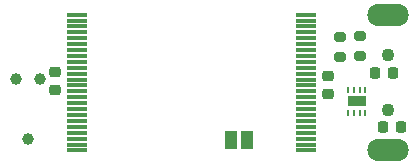
<source format=gbr>
%TF.GenerationSoftware,KiCad,Pcbnew,7.0.7*%
%TF.CreationDate,2024-01-11T13:54:05+01:00*%
%TF.ProjectId,ovrdrive,6f767264-7269-4766-952e-6b696361645f,rev?*%
%TF.SameCoordinates,Original*%
%TF.FileFunction,Soldermask,Bot*%
%TF.FilePolarity,Negative*%
%FSLAX46Y46*%
G04 Gerber Fmt 4.6, Leading zero omitted, Abs format (unit mm)*
G04 Created by KiCad (PCBNEW 7.0.7) date 2024-01-11 13:54:05*
%MOMM*%
%LPD*%
G01*
G04 APERTURE LIST*
G04 Aperture macros list*
%AMRoundRect*
0 Rectangle with rounded corners*
0 $1 Rounding radius*
0 $2 $3 $4 $5 $6 $7 $8 $9 X,Y pos of 4 corners*
0 Add a 4 corners polygon primitive as box body*
4,1,4,$2,$3,$4,$5,$6,$7,$8,$9,$2,$3,0*
0 Add four circle primitives for the rounded corners*
1,1,$1+$1,$2,$3*
1,1,$1+$1,$4,$5*
1,1,$1+$1,$6,$7*
1,1,$1+$1,$8,$9*
0 Add four rect primitives between the rounded corners*
20,1,$1+$1,$2,$3,$4,$5,0*
20,1,$1+$1,$4,$5,$6,$7,0*
20,1,$1+$1,$6,$7,$8,$9,0*
20,1,$1+$1,$8,$9,$2,$3,0*%
G04 Aperture macros list end*
%ADD10C,1.100000*%
%ADD11O,3.500000X1.900000*%
%ADD12C,0.990600*%
%ADD13RoundRect,0.200000X0.275000X-0.200000X0.275000X0.200000X-0.275000X0.200000X-0.275000X-0.200000X0*%
%ADD14RoundRect,0.225000X-0.250000X0.225000X-0.250000X-0.225000X0.250000X-0.225000X0.250000X0.225000X0*%
%ADD15R,1.000000X1.500000*%
%ADD16RoundRect,0.200000X-0.275000X0.200000X-0.275000X-0.200000X0.275000X-0.200000X0.275000X0.200000X0*%
%ADD17RoundRect,0.011200X0.768800X0.128800X-0.768800X0.128800X-0.768800X-0.128800X0.768800X-0.128800X0*%
%ADD18RoundRect,0.225000X-0.225000X-0.250000X0.225000X-0.250000X0.225000X0.250000X-0.225000X0.250000X0*%
%ADD19R,0.250000X0.500000*%
%ADD20R,1.600000X0.900000*%
G04 APERTURE END LIST*
D10*
%TO.C,J1*%
X142100000Y-101900000D03*
X142100000Y-106500000D03*
D11*
X142100000Y-98500000D03*
X142100000Y-109900000D03*
%TD*%
D12*
%TO.C,J3*%
X111565000Y-109010000D03*
X110549000Y-103930000D03*
X112581000Y-103930000D03*
%TD*%
D13*
%TO.C,R14*%
X139700000Y-101925000D03*
X139700000Y-100275000D03*
%TD*%
D14*
%TO.C,C2*%
X113900000Y-103275000D03*
X113900000Y-104825000D03*
%TD*%
D15*
%TO.C,JP1*%
X128800000Y-109050000D03*
X130100000Y-109050000D03*
%TD*%
D16*
%TO.C,R15*%
X138000000Y-100375000D03*
X138000000Y-102025000D03*
%TD*%
D14*
%TO.C,C1*%
X137000000Y-103625000D03*
X137000000Y-105175000D03*
%TD*%
D17*
%TO.C,U2*%
X135127500Y-98450000D03*
X135127500Y-98950000D03*
X135127500Y-99450000D03*
X135127500Y-99950000D03*
X135127500Y-100450000D03*
X135127500Y-100950000D03*
X135127500Y-101450000D03*
X135127500Y-101950000D03*
X135127500Y-102450000D03*
X135127500Y-102950000D03*
X135127500Y-103450000D03*
X135127500Y-103950000D03*
X135127500Y-104450000D03*
X135127500Y-104950000D03*
X135127500Y-105450000D03*
X135127500Y-105950000D03*
X135127500Y-106450000D03*
X135127500Y-106950000D03*
X135127500Y-107450000D03*
X135127500Y-107950000D03*
X135127500Y-108450000D03*
X135127500Y-108950000D03*
X135127500Y-109450000D03*
X135127500Y-109950000D03*
X115767500Y-109950000D03*
X115767500Y-109450000D03*
X115767500Y-108950000D03*
X115767500Y-108450000D03*
X115767500Y-107950000D03*
X115767500Y-107450000D03*
X115767500Y-106950000D03*
X115767500Y-106450000D03*
X115767500Y-105950000D03*
X115767500Y-105450000D03*
X115767500Y-104950000D03*
X115767500Y-104450000D03*
X115767500Y-103950000D03*
X115767500Y-103450000D03*
X115767500Y-102950000D03*
X115767500Y-102450000D03*
X115767500Y-101950000D03*
X115767500Y-101450000D03*
X115767500Y-100950000D03*
X115767500Y-100450000D03*
X115767500Y-99950000D03*
X115767500Y-99450000D03*
X115767500Y-98950000D03*
X115767500Y-98450000D03*
%TD*%
D18*
%TO.C,C16*%
X140925000Y-103400000D03*
X142475000Y-103400000D03*
%TD*%
D19*
%TO.C,U5*%
X140150000Y-106750000D03*
X139650000Y-106750000D03*
X139150000Y-106750000D03*
X138650000Y-106750000D03*
X138650000Y-104850000D03*
X139150000Y-104850000D03*
X139650000Y-104850000D03*
X140150000Y-104850000D03*
D20*
X139400000Y-105800000D03*
%TD*%
D18*
%TO.C,C15*%
X141625000Y-108000000D03*
X143175000Y-108000000D03*
%TD*%
M02*

</source>
